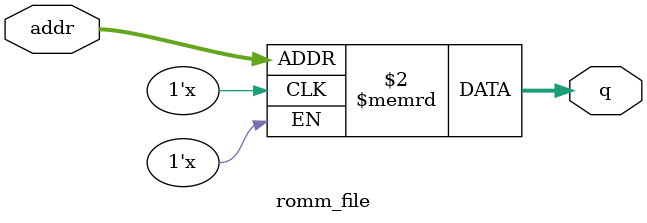
<source format=v>
module  romm_file(
addr,
q     
);
//-----------Input Ports---------------
input [2:0] addr ;
output reg [15:0] q ;

(* romstyle = "M9K" *)(* ram_init_file = "romm_file.mif" *)  reg  [15:0] rom [2:0];

	always @ (addr)
	begin
		q <= rom[addr];
	end 

endmodule 
</source>
